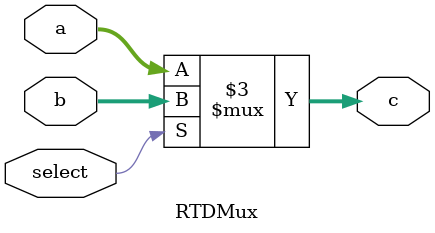
<source format=v>
`timescale 1ns / 1ps


module RTDMux(input select,input[4:0]a,b,output reg[4:0] c

    );
    
    always @* begin
    if(select)
    c = b;
    else
    c = a;
    end
endmodule

</source>
